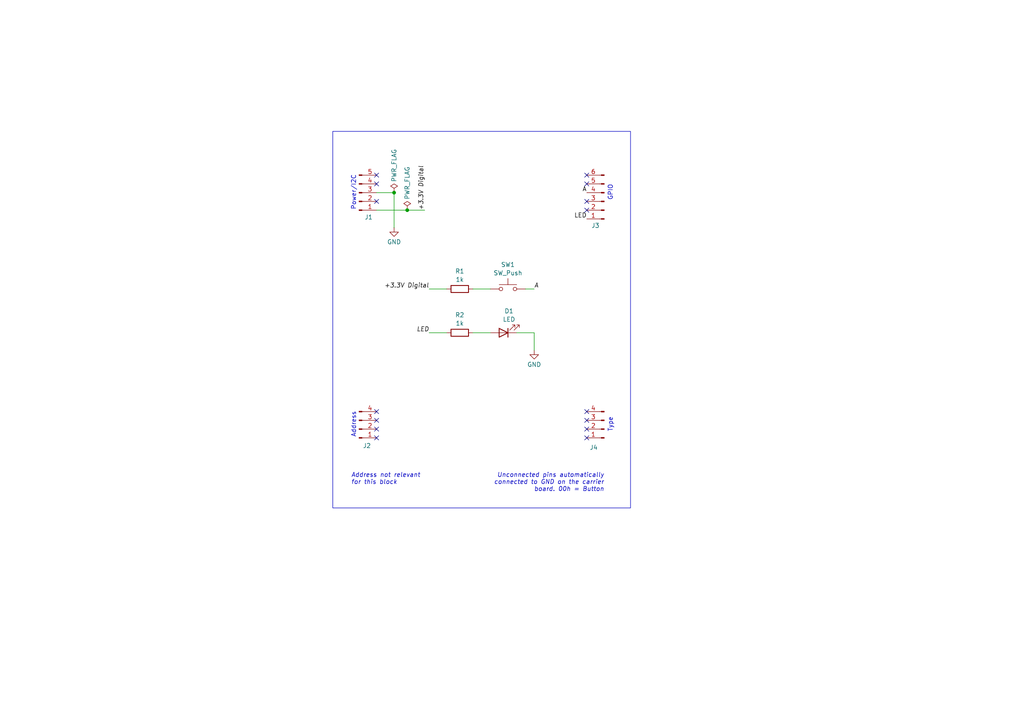
<source format=kicad_sch>
(kicad_sch (version 20250114) (generator "eeschema") (generator_version "9.0")
  (paper "A4")
  (title_block (title "Modular Music Controller / Block / Simple Switch") (date "2025-12-01") (rev "1") (company "Dennis Schulmeister-Zimolong"))
  (lib_symbols
    (symbol "Connector:Conn_01x04_Pin" (pin_names (offset 1.016) (hide yes))
      (property "Reference" "J" (at 0 5.08 0))
      (property "Value" "Conn_01x04_Pin" (at 0 -7.62 0))
      (symbol "Conn_01x04_Pin_1_1"
        (rectangle (start 0.8636 2.667) (end 0 2.413) (stroke (width 0.1524)) (fill (type outline)))
        (rectangle (start 0.8636 0.127) (end 0 -0.127) (stroke (width 0.1524)) (fill (type outline)))
        (rectangle (start 0.8636 -2.413) (end 0 -2.667) (stroke (width 0.1524)) (fill (type outline)))
        (rectangle (start 0.8636 -4.953) (end 0 -5.207) (stroke (width 0.1524)) (fill (type outline)))
        (polyline (pts (xy 1.27 2.54) (xy 0.8636 2.54)) (stroke (width 0.1524)))
        (polyline (pts (xy 1.27 0) (xy 0.8636 0)) (stroke (width 0.1524)))
        (polyline (pts (xy 1.27 -2.54) (xy 0.8636 -2.54)) (stroke (width 0.1524)))
        (polyline (pts (xy 1.27 -5.08) (xy 0.8636 -5.08)) (stroke (width 0.1524)))
        (pin passive line (at 5.08 2.54 180) (length 3.81) (name "Pin_1") (number "1"))
        (pin passive line (at 5.08 0 180) (length 3.81) (name "Pin_2") (number "2"))
        (pin passive line (at 5.08 -2.54 180) (length 3.81) (name "Pin_3") (number "3"))
        (pin passive line (at 5.08 -5.08 180) (length 3.81) (name "Pin_4") (number "4"))
      )
    )
    (symbol "Connector:Conn_01x05_Pin" (pin_names (offset 1.016) (hide yes))
      (property "Reference" "J" (at 0 7.62 0))
      (property "Value" "Conn_01x05_Pin" (at 0 -7.62 0))
      (symbol "Conn_01x05_Pin_1_1"
        (rectangle (start 0.8636 5.207) (end 0 4.953) (stroke (width 0.1524)) (fill (type outline)))
        (rectangle (start 0.8636 2.667) (end 0 2.413) (stroke (width 0.1524)) (fill (type outline)))
        (rectangle (start 0.8636 0.127) (end 0 -0.127) (stroke (width 0.1524)) (fill (type outline)))
        (rectangle (start 0.8636 -2.413) (end 0 -2.667) (stroke (width 0.1524)) (fill (type outline)))
        (rectangle (start 0.8636 -4.953) (end 0 -5.207) (stroke (width 0.1524)) (fill (type outline)))
        (polyline (pts (xy 1.27 5.08) (xy 0.8636 5.08)) (stroke (width 0.1524)))
        (polyline (pts (xy 1.27 2.54) (xy 0.8636 2.54)) (stroke (width 0.1524)))
        (polyline (pts (xy 1.27 0) (xy 0.8636 0)) (stroke (width 0.1524)))
        (polyline (pts (xy 1.27 -2.54) (xy 0.8636 -2.54)) (stroke (width 0.1524)))
        (polyline (pts (xy 1.27 -5.08) (xy 0.8636 -5.08)) (stroke (width 0.1524)))
        (pin passive line (at 5.08 5.08 180) (length 3.81) (name "Pin_1") (number "1"))
        (pin passive line (at 5.08 2.54 180) (length 3.81) (name "Pin_2") (number "2"))
        (pin passive line (at 5.08 0 180) (length 3.81) (name "Pin_3") (number "3"))
        (pin passive line (at 5.08 -2.54 180) (length 3.81) (name "Pin_4") (number "4"))
        (pin passive line (at 5.08 -5.08 180) (length 3.81) (name "Pin_5") (number "5"))
      )
    )
    (symbol "Connector:Conn_01x06_Pin" (pin_names (offset 1.016) (hide yes))
      (property "Reference" "J" (at 0 7.62 0))
      (property "Value" "Conn_01x06_Pin" (at 0 -10.16 0))
      (symbol "Conn_01x06_Pin_1_1"
        (rectangle (start 0.8636 5.207) (end 0 4.953) (stroke (width 0.1524)) (fill (type outline)))
        (rectangle (start 0.8636 2.667) (end 0 2.413) (stroke (width 0.1524)) (fill (type outline)))
        (rectangle (start 0.8636 0.127) (end 0 -0.127) (stroke (width 0.1524)) (fill (type outline)))
        (rectangle (start 0.8636 -2.413) (end 0 -2.667) (stroke (width 0.1524)) (fill (type outline)))
        (rectangle (start 0.8636 -4.953) (end 0 -5.207) (stroke (width 0.1524)) (fill (type outline)))
        (rectangle (start 0.8636 -7.493) (end 0 -7.747) (stroke (width 0.1524)) (fill (type outline)))
        (polyline (pts (xy 1.27 5.08) (xy 0.8636 5.08)) (stroke (width 0.1524)))
        (polyline (pts (xy 1.27 2.54) (xy 0.8636 2.54)) (stroke (width 0.1524)))
        (polyline (pts (xy 1.27 0) (xy 0.8636 0)) (stroke (width 0.1524)))
        (polyline (pts (xy 1.27 -2.54) (xy 0.8636 -2.54)) (stroke (width 0.1524)))
        (polyline (pts (xy 1.27 -5.08) (xy 0.8636 -5.08)) (stroke (width 0.1524)))
        (polyline (pts (xy 1.27 -7.62) (xy 0.8636 -7.62)) (stroke (width 0.1524)))
        (pin passive line (at 5.08 5.08 180) (length 3.81) (name "Pin_1") (number "1"))
        (pin passive line (at 5.08 2.54 180) (length 3.81) (name "Pin_2") (number "2"))
        (pin passive line (at 5.08 0 180) (length 3.81) (name "Pin_3") (number "3"))
        (pin passive line (at 5.08 -2.54 180) (length 3.81) (name "Pin_4") (number "4"))
        (pin passive line (at 5.08 -5.08 180) (length 3.81) (name "Pin_5") (number "5"))
        (pin passive line (at 5.08 -7.62 180) (length 3.81) (name "Pin_6") (number "6"))
      )
    )
    (symbol "Device:LED" (pin_numbers (hide yes)) (pin_names (offset 1.016) (hide yes))
      (property "Reference" "D" (at 0 2.54 0))
      (property "Value" "LED" (at 0 -2.54 0))
      (symbol "LED_0_1"
        (polyline (pts (xy -3.048 -0.762) (xy -4.572 -2.286) (xy -3.81 -2.286) (xy -4.572 -2.286) (xy -4.572 -1.524)))
        (polyline (pts (xy -1.778 -0.762) (xy -3.302 -2.286) (xy -2.54 -2.286) (xy -3.302 -2.286) (xy -3.302 -1.524)))
        (polyline (pts (xy -1.27 0) (xy 1.27 0)))
        (polyline (pts (xy -1.27 -1.27) (xy -1.27 1.27)) (stroke (width 0.254)))
        (polyline (pts (xy 1.27 -1.27) (xy 1.27 1.27) (xy -1.27 0) (xy 1.27 -1.27)) (stroke (width 0.254)))
      )
      (symbol "LED_1_1"
        (pin passive line (at -3.81 0 0) (length 2.54) (name "K") (number "1"))
        (pin passive line (at 3.81 0 180) (length 2.54) (name "A") (number "2"))
      )
    )
    (symbol "Device:R" (pin_numbers (hide yes)) (pin_names (offset 0))
      (property "Reference" "R" (at 2.032 0 90))
      (property "Value" "R" (at 0 0 90))
      (symbol "R_0_1"
        (rectangle (start -1.016 -2.54) (end 1.016 2.54) (stroke (width 0.254)))
      )
      (symbol "R_1_1"
        (pin passive line (at 0 3.81 270) (length 1.27) (name "~") (number "1"))
        (pin passive line (at 0 -3.81 90) (length 1.27) (name "~") (number "2"))
      )
    )
    (symbol "Switch:SW_Push" (pin_numbers (hide yes)) (pin_names (offset 1.016) (hide yes))
      (property "Reference" "SW" (at 1.27 2.54 0))
      (property "Value" "SW_Push" (at 0 -1.524 0))
      (symbol "SW_Push_0_1"
        (circle (center -2.032 0) (radius 0.508))
        (polyline (pts (xy 0 1.27) (xy 0 3.048)))
        (circle (center 2.032 0) (radius 0.508))
        (polyline (pts (xy 2.54 1.27) (xy -2.54 1.27)))
        (pin passive line (at -5.08 0 0) (length 2.54) (name "1") (number "1"))
        (pin passive line (at 5.08 0 180) (length 2.54) (name "2") (number "2"))
      )
    )
    (symbol "power:GND" (power) (pin_numbers (hide yes)) (pin_names (offset 0) (hide yes))
      (property "Value" "GND" (at 0 -3.81 0))
      (symbol "GND_0_1"
        (polyline (pts (xy 0 0) (xy 0 -1.27) (xy 1.27 -1.27) (xy 0 -2.54) (xy -1.27 -1.27) (xy 0 -1.27)))
      )
      (symbol "GND_1_1"
        (pin power_in line (at 0 0 270) (length 0) (name "~") (number "1"))
      )
    )
    (symbol "power:PWR_FLAG" (power) (pin_numbers (hide yes)) (pin_names (offset 0) (hide yes))
      (property "Value" "PWR_FLAG" (at 0 3.81 0))
      (symbol "PWR_FLAG_0_0"
        (pin power_out line (at 0 0 90) (length 0) (name "~") (number "1"))
      )
      (symbol "PWR_FLAG_0_1"
        (polyline (pts (xy 0 0) (xy 0 1.27) (xy -1.016 1.905) (xy 0 2.54) (xy 1.016 1.905) (xy 0 1.27)))
      )
    )
  )
  (rectangle (start 96.52 38.1) (end 182.88 147.32))
  (text "Unconnected pins automatically\nconnected to GND on the carrier\nboard. 00h = Button" (at 175.26 137.16 0) (effects (font (size 1.27 1.27) (italic yes)) (justify right top)))
  (text "GPIO" (at 177.8 55.88 90) (effects (font (size 1.27 1.27)) (justify bottom)))
  (text "Type" (at 177.8 123.19 90) (effects (font (size 1.27 1.27)) (justify bottom)))
  (text "Address not relevant\nfor this block" (at 101.854 137.16 0) (effects (font (size 1.27 1.27) (italic yes)) (justify left top)))
  (text "Address" (at 101.854 123.19 90) (effects (font (size 1.27 1.27)) (justify top)))
  (text "Power/I2C" (at 101.854 55.88 90) (effects (font (size 1.27 1.27)) (justify top)))
  (junction (at 118.11 60.96))
  (junction (at 114.3 55.88))
  (no_connect (at 170.18 53.34))
  (no_connect (at 109.22 127))
  (no_connect (at 170.18 58.42))
  (no_connect (at 170.18 124.46))
  (no_connect (at 109.22 58.42))
  (no_connect (at 109.22 124.46))
  (no_connect (at 170.18 50.8))
  (no_connect (at 109.22 50.8))
  (no_connect (at 109.22 119.38))
  (no_connect (at 109.22 53.34))
  (no_connect (at 170.18 119.38))
  (no_connect (at 170.18 60.96))
  (no_connect (at 170.18 121.92))
  (no_connect (at 170.18 127))
  (no_connect (at 109.22 121.92))
  (wire (pts (xy 124.46 83.82) (xy 129.54 83.82)))
  (wire (pts (xy 118.11 60.96) (xy 123.19 60.96)))
  (wire (pts (xy 137.16 96.52) (xy 142.24 96.52)))
  (wire (pts (xy 137.16 83.82) (xy 142.24 83.82)))
  (wire (pts (xy 109.22 55.88) (xy 114.3 55.88)))
  (wire (pts (xy 109.22 60.96) (xy 118.11 60.96)))
  (wire (pts (xy 154.94 83.82) (xy 152.4 83.82)))
  (wire (pts (xy 124.46 96.52) (xy 129.54 96.52)))
  (wire (pts (xy 114.3 66.04) (xy 114.3 55.88)))
  (wire (pts (xy 149.86 96.52) (xy 154.94 96.52)))
  (wire (pts (xy 154.94 96.52) (xy 154.94 101.6)))
  (label "A" (at 170.18 55.88 180))
  (label "LED" (at 170.18 63.5 180))
  (label "A" (at 154.94 83.82 0) (effects (font (italic yes))))
  (label "LED" (at 124.46 96.52 180) (effects (font (italic yes))))
  (label "+3.3V Digital" (at 123.19 60.96 90) (effects (font (italic yes))))
  (label "+3.3V Digital" (at 124.46 83.82 180) (effects (font (italic yes))))
  (symbol (lib_id "Device:R") (at 133.35 96.52 90) (unit 1)
    (property "Reference" "R2" (at 133.35 91.3595 90))
    (property "Value" "1k" (at 133.35 93.7838 90))
    (property "Footprint" "Resistor_SMD:R_0402_1005Metric" (effects (hide yes)))
    (property "Description" "Resistor" (effects (hide yes)))
  )
  (symbol (lib_id "Connector:Conn_01x04_Pin") (at 175.26 124.46 180) (unit 1)
    (property "Reference" "J4" (at 172.212 129.794 0))
    (property "Value" "Samtec MTMS-104-02-T-S-100" (effects (hide yes)))
    (property "Footprint" "Connector_PinHeader_1.27mm:PinHeader_1x04_P1.27mm_Vertical" (effects (hide yes)))
    (property "Description" "Single row pin header" (effects (hide yes)))
  )
  (symbol (lib_id "Device:LED") (at 146.05 96.52 180) (unit 1)
    (property "Reference" "D1" (at 147.6375 90.2165 0))
    (property "Value" "LED" (at 147.6375 92.6408 0))
    (property "Footprint" "LED_SMD:LED_0402_1005Metric" (effects (hide yes)))
    (property "Description" "Light emitting diode" (effects (hide yes)))
    (property "Sim.Pins" "1=K 2=A" (effects (hide yes)))
  )
  (symbol (lib_id "Connector:Conn_01x06_Pin") (at 175.26 58.42 180) (unit 1)
    (property "Reference" "J3" (at 172.72 65.4163 0))
    (property "Value" "Samtec  MTMS-106-02-T-S-100" (effects (hide yes)))
    (property "Footprint" "Connector_PinHeader_1.27mm:PinHeader_1x06_P1.27mm_Vertical" (effects (hide yes)))
    (property "Description" "Single row pin header" (effects (hide yes)))
  )
  (symbol (lib_id "Device:R") (at 133.35 83.82 90) (unit 1)
    (property "Reference" "R1" (at 133.35 78.6595 90))
    (property "Value" "1k" (at 133.35 81.0838 90))
    (property "Footprint" "Resistor_SMD:R_0402_1005Metric" (effects (hide yes)))
    (property "Description" "Resistor" (effects (hide yes)))
  )
  (symbol (lib_id "power:PWR_FLAG") (at 118.11 60.96 0) (unit 1)
    (property "Reference" "#FLG01" (effects (hide yes)))
    (property "Value" "PWR_FLAG" (at 118.11 53.086 90))
    (property "Description" "Special symbol for telling ERC where power comes from" (effects (hide yes)))
  )
  (symbol (lib_id "Connector:Conn_01x05_Pin") (at 104.14 55.88 0) (mirror x) (unit 1)
    (property "Reference" "J1" (at 106.934 62.992 0))
    (property "Value" "Samtec MTMS-105-02-T-S-100" (effects (hide yes)))
    (property "Footprint" "Connector_PinHeader_1.27mm:PinHeader_1x05_P1.27mm_Vertical" (effects (hide yes)))
    (property "Description" "Single row pin header" (effects (hide yes)))
  )
  (symbol (lib_id "Switch:SW_Push") (at 147.32 83.82 0) (unit 1)
    (property "Reference" "SW1" (at 147.32 76.7545 0))
    (property "Value" "SW_Push" (at 147.32 79.1788 0))
    (property "Footprint" "Button_Switch_THT:SW_PUSH_6mm" (effects (hide yes)))
    (property "Description" "Push button switch, generic, two pins" (effects (hide yes)))
  )
  (symbol (lib_id "power:GND") (at 114.3 66.04 0) (unit 1)
    (property "Reference" "#PWR01" (effects (hide yes)))
    (property "Value" "GND" (at 114.3 70.1731 0))
    (property "Description" "Power symbol creates a global label with name \"GND\" , ground" (effects (hide yes)))
  )
  (symbol (lib_id "power:PWR_FLAG") (at 114.3 55.88 0) (unit 1)
    (property "Reference" "#FLG02" (effects (hide yes)))
    (property "Value" "PWR_FLAG" (at 114.3 48.006 90))
    (property "Description" "Special symbol for telling ERC where power comes from" (effects (hide yes)))
  )
  (symbol (lib_id "power:GND") (at 154.94 101.6 0) (unit 1)
    (property "Reference" "#PWR02" (effects (hide yes)))
    (property "Value" "GND" (at 154.94 105.7331 0))
    (property "Description" "Power symbol creates a global label with name \"GND\" , ground" (effects (hide yes)))
  )
  (symbol (lib_id "Connector:Conn_01x04_Pin") (at 104.14 124.46 0) (mirror x) (unit 1)
    (property "Reference" "J2" (at 106.426 129.286 0))
    (property "Value" "Samtec MTMS-104-02-T-S-100" (effects (hide yes)))
    (property "Footprint" "Connector_PinHeader_1.27mm:PinHeader_1x04_P1.27mm_Vertical" (effects (hide yes)))
    (property "Description" "Single row pin header" (effects (hide yes)))
  )
)
</source>
